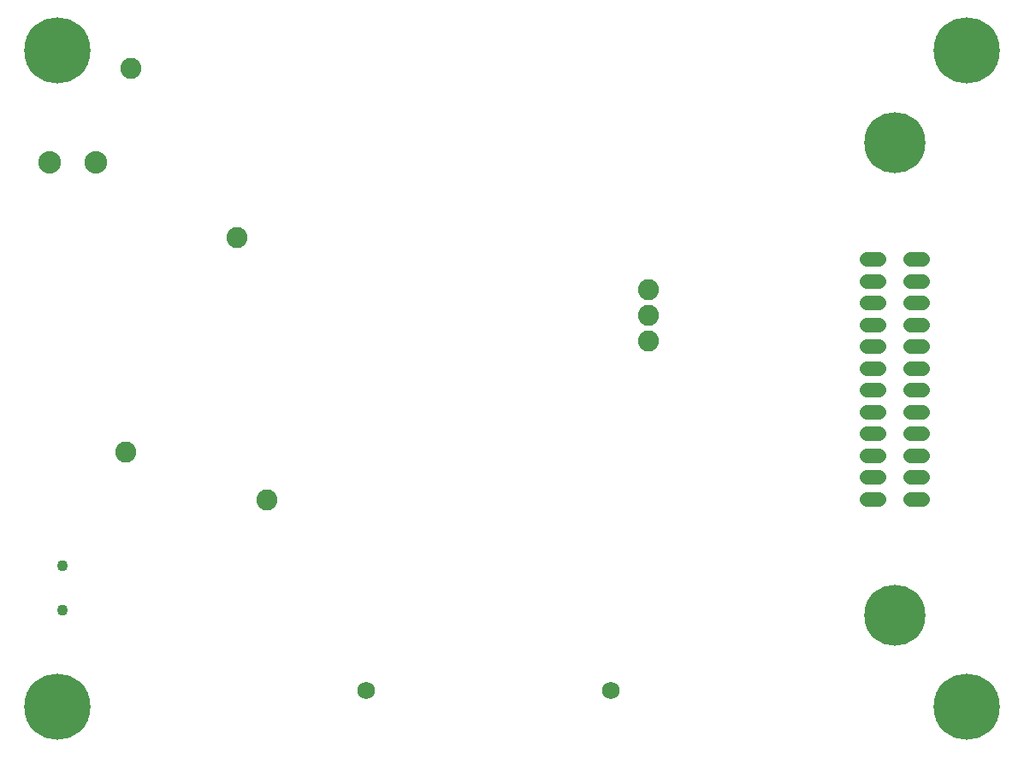
<source format=gbr>
G04 EAGLE Gerber RS-274X export*
G75*
%MOMM*%
%FSLAX34Y34*%
%LPD*%
%INSoldermask Bottom*%
%IPPOS*%
%AMOC8*
5,1,8,0,0,1.08239X$1,22.5*%
G01*
%ADD10C,1.753200*%
%ADD11C,2.235200*%
%ADD12C,1.422400*%
%ADD13C,6.045200*%
%ADD14C,6.553200*%
%ADD15C,1.103200*%
%ADD16C,2.082800*%


D10*
X598000Y66200D03*
X355400Y66200D03*
D11*
X42600Y589400D03*
X88320Y589400D03*
D12*
X850614Y493745D02*
X862806Y493745D01*
X862806Y472155D02*
X850614Y472155D01*
X850614Y450565D02*
X862806Y450565D01*
X862806Y428975D02*
X850614Y428975D01*
X850614Y407385D02*
X862806Y407385D01*
X862806Y385795D02*
X850614Y385795D01*
X850614Y364205D02*
X862806Y364205D01*
X862806Y342615D02*
X850614Y342615D01*
X850614Y321025D02*
X862806Y321025D01*
X862806Y299435D02*
X850614Y299435D01*
X850614Y277845D02*
X862806Y277845D01*
X862806Y256255D02*
X850614Y256255D01*
X893794Y493745D02*
X905986Y493745D01*
X905986Y472155D02*
X893794Y472155D01*
X893794Y450565D02*
X905986Y450565D01*
X905986Y428975D02*
X893794Y428975D01*
X893794Y407385D02*
X905986Y407385D01*
X905986Y385795D02*
X893794Y385795D01*
X893794Y364205D02*
X905986Y364205D01*
X905986Y342615D02*
X893794Y342615D01*
X893794Y321025D02*
X905986Y321025D01*
X905986Y299435D02*
X893794Y299435D01*
X893794Y277845D02*
X905986Y277845D01*
X905986Y256255D02*
X893794Y256255D01*
D13*
X878300Y608934D03*
X878300Y141066D03*
D14*
X50000Y50000D03*
X950000Y50000D03*
X950000Y700000D03*
X50000Y700000D03*
D15*
X55000Y189500D03*
X55000Y145500D03*
D16*
X227500Y515000D03*
X117500Y302500D03*
X257500Y255000D03*
X122500Y682500D03*
X635000Y412500D03*
X635000Y437900D03*
X635000Y463300D03*
M02*

</source>
